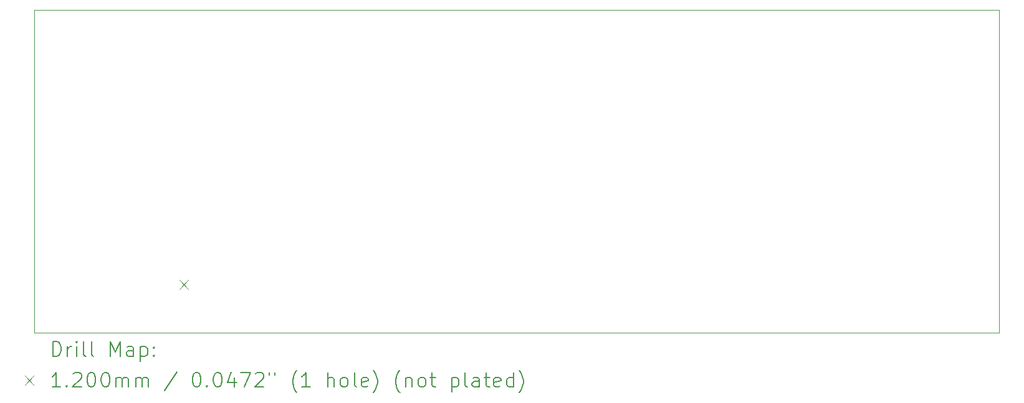
<source format=gbr>
%TF.GenerationSoftware,KiCad,Pcbnew,7.0.8*%
%TF.CreationDate,2024-01-27T08:45:31-08:00*%
%TF.ProjectId,FacePlate,46616365-506c-4617-9465-2e6b69636164,rev?*%
%TF.SameCoordinates,Original*%
%TF.FileFunction,Drillmap*%
%TF.FilePolarity,Positive*%
%FSLAX45Y45*%
G04 Gerber Fmt 4.5, Leading zero omitted, Abs format (unit mm)*
G04 Created by KiCad (PCBNEW 7.0.8) date 2024-01-27 08:45:31*
%MOMM*%
%LPD*%
G01*
G04 APERTURE LIST*
%ADD10C,0.100000*%
%ADD11C,0.200000*%
%ADD12C,0.120000*%
G04 APERTURE END LIST*
D10*
X10000000Y-5600000D02*
X23113969Y-5600000D01*
X10000000Y-5600000D02*
X10000000Y-10000000D01*
X23113969Y-5600000D02*
X23113969Y-10000000D01*
X10000000Y-10000000D02*
X23113969Y-10000000D01*
D11*
D12*
X11975000Y-9280000D02*
X12095000Y-9400000D01*
X12095000Y-9280000D02*
X11975000Y-9400000D01*
D11*
X10255777Y-10316484D02*
X10255777Y-10116484D01*
X10255777Y-10116484D02*
X10303396Y-10116484D01*
X10303396Y-10116484D02*
X10331967Y-10126008D01*
X10331967Y-10126008D02*
X10351015Y-10145055D01*
X10351015Y-10145055D02*
X10360539Y-10164103D01*
X10360539Y-10164103D02*
X10370063Y-10202198D01*
X10370063Y-10202198D02*
X10370063Y-10230770D01*
X10370063Y-10230770D02*
X10360539Y-10268865D01*
X10360539Y-10268865D02*
X10351015Y-10287912D01*
X10351015Y-10287912D02*
X10331967Y-10306960D01*
X10331967Y-10306960D02*
X10303396Y-10316484D01*
X10303396Y-10316484D02*
X10255777Y-10316484D01*
X10455777Y-10316484D02*
X10455777Y-10183150D01*
X10455777Y-10221246D02*
X10465301Y-10202198D01*
X10465301Y-10202198D02*
X10474824Y-10192674D01*
X10474824Y-10192674D02*
X10493872Y-10183150D01*
X10493872Y-10183150D02*
X10512920Y-10183150D01*
X10579586Y-10316484D02*
X10579586Y-10183150D01*
X10579586Y-10116484D02*
X10570063Y-10126008D01*
X10570063Y-10126008D02*
X10579586Y-10135531D01*
X10579586Y-10135531D02*
X10589110Y-10126008D01*
X10589110Y-10126008D02*
X10579586Y-10116484D01*
X10579586Y-10116484D02*
X10579586Y-10135531D01*
X10703396Y-10316484D02*
X10684348Y-10306960D01*
X10684348Y-10306960D02*
X10674824Y-10287912D01*
X10674824Y-10287912D02*
X10674824Y-10116484D01*
X10808158Y-10316484D02*
X10789110Y-10306960D01*
X10789110Y-10306960D02*
X10779586Y-10287912D01*
X10779586Y-10287912D02*
X10779586Y-10116484D01*
X11036729Y-10316484D02*
X11036729Y-10116484D01*
X11036729Y-10116484D02*
X11103396Y-10259341D01*
X11103396Y-10259341D02*
X11170063Y-10116484D01*
X11170063Y-10116484D02*
X11170063Y-10316484D01*
X11351015Y-10316484D02*
X11351015Y-10211722D01*
X11351015Y-10211722D02*
X11341491Y-10192674D01*
X11341491Y-10192674D02*
X11322443Y-10183150D01*
X11322443Y-10183150D02*
X11284348Y-10183150D01*
X11284348Y-10183150D02*
X11265301Y-10192674D01*
X11351015Y-10306960D02*
X11331967Y-10316484D01*
X11331967Y-10316484D02*
X11284348Y-10316484D01*
X11284348Y-10316484D02*
X11265301Y-10306960D01*
X11265301Y-10306960D02*
X11255777Y-10287912D01*
X11255777Y-10287912D02*
X11255777Y-10268865D01*
X11255777Y-10268865D02*
X11265301Y-10249817D01*
X11265301Y-10249817D02*
X11284348Y-10240293D01*
X11284348Y-10240293D02*
X11331967Y-10240293D01*
X11331967Y-10240293D02*
X11351015Y-10230770D01*
X11446253Y-10183150D02*
X11446253Y-10383150D01*
X11446253Y-10192674D02*
X11465301Y-10183150D01*
X11465301Y-10183150D02*
X11503396Y-10183150D01*
X11503396Y-10183150D02*
X11522443Y-10192674D01*
X11522443Y-10192674D02*
X11531967Y-10202198D01*
X11531967Y-10202198D02*
X11541491Y-10221246D01*
X11541491Y-10221246D02*
X11541491Y-10278389D01*
X11541491Y-10278389D02*
X11531967Y-10297436D01*
X11531967Y-10297436D02*
X11522443Y-10306960D01*
X11522443Y-10306960D02*
X11503396Y-10316484D01*
X11503396Y-10316484D02*
X11465301Y-10316484D01*
X11465301Y-10316484D02*
X11446253Y-10306960D01*
X11627205Y-10297436D02*
X11636729Y-10306960D01*
X11636729Y-10306960D02*
X11627205Y-10316484D01*
X11627205Y-10316484D02*
X11617682Y-10306960D01*
X11617682Y-10306960D02*
X11627205Y-10297436D01*
X11627205Y-10297436D02*
X11627205Y-10316484D01*
X11627205Y-10192674D02*
X11636729Y-10202198D01*
X11636729Y-10202198D02*
X11627205Y-10211722D01*
X11627205Y-10211722D02*
X11617682Y-10202198D01*
X11617682Y-10202198D02*
X11627205Y-10192674D01*
X11627205Y-10192674D02*
X11627205Y-10211722D01*
D12*
X9875000Y-10585000D02*
X9995000Y-10705000D01*
X9995000Y-10585000D02*
X9875000Y-10705000D01*
D11*
X10360539Y-10736484D02*
X10246253Y-10736484D01*
X10303396Y-10736484D02*
X10303396Y-10536484D01*
X10303396Y-10536484D02*
X10284348Y-10565055D01*
X10284348Y-10565055D02*
X10265301Y-10584103D01*
X10265301Y-10584103D02*
X10246253Y-10593627D01*
X10446253Y-10717436D02*
X10455777Y-10726960D01*
X10455777Y-10726960D02*
X10446253Y-10736484D01*
X10446253Y-10736484D02*
X10436729Y-10726960D01*
X10436729Y-10726960D02*
X10446253Y-10717436D01*
X10446253Y-10717436D02*
X10446253Y-10736484D01*
X10531967Y-10555531D02*
X10541491Y-10546008D01*
X10541491Y-10546008D02*
X10560539Y-10536484D01*
X10560539Y-10536484D02*
X10608158Y-10536484D01*
X10608158Y-10536484D02*
X10627205Y-10546008D01*
X10627205Y-10546008D02*
X10636729Y-10555531D01*
X10636729Y-10555531D02*
X10646253Y-10574579D01*
X10646253Y-10574579D02*
X10646253Y-10593627D01*
X10646253Y-10593627D02*
X10636729Y-10622198D01*
X10636729Y-10622198D02*
X10522444Y-10736484D01*
X10522444Y-10736484D02*
X10646253Y-10736484D01*
X10770063Y-10536484D02*
X10789110Y-10536484D01*
X10789110Y-10536484D02*
X10808158Y-10546008D01*
X10808158Y-10546008D02*
X10817682Y-10555531D01*
X10817682Y-10555531D02*
X10827205Y-10574579D01*
X10827205Y-10574579D02*
X10836729Y-10612674D01*
X10836729Y-10612674D02*
X10836729Y-10660293D01*
X10836729Y-10660293D02*
X10827205Y-10698389D01*
X10827205Y-10698389D02*
X10817682Y-10717436D01*
X10817682Y-10717436D02*
X10808158Y-10726960D01*
X10808158Y-10726960D02*
X10789110Y-10736484D01*
X10789110Y-10736484D02*
X10770063Y-10736484D01*
X10770063Y-10736484D02*
X10751015Y-10726960D01*
X10751015Y-10726960D02*
X10741491Y-10717436D01*
X10741491Y-10717436D02*
X10731967Y-10698389D01*
X10731967Y-10698389D02*
X10722444Y-10660293D01*
X10722444Y-10660293D02*
X10722444Y-10612674D01*
X10722444Y-10612674D02*
X10731967Y-10574579D01*
X10731967Y-10574579D02*
X10741491Y-10555531D01*
X10741491Y-10555531D02*
X10751015Y-10546008D01*
X10751015Y-10546008D02*
X10770063Y-10536484D01*
X10960539Y-10536484D02*
X10979586Y-10536484D01*
X10979586Y-10536484D02*
X10998634Y-10546008D01*
X10998634Y-10546008D02*
X11008158Y-10555531D01*
X11008158Y-10555531D02*
X11017682Y-10574579D01*
X11017682Y-10574579D02*
X11027205Y-10612674D01*
X11027205Y-10612674D02*
X11027205Y-10660293D01*
X11027205Y-10660293D02*
X11017682Y-10698389D01*
X11017682Y-10698389D02*
X11008158Y-10717436D01*
X11008158Y-10717436D02*
X10998634Y-10726960D01*
X10998634Y-10726960D02*
X10979586Y-10736484D01*
X10979586Y-10736484D02*
X10960539Y-10736484D01*
X10960539Y-10736484D02*
X10941491Y-10726960D01*
X10941491Y-10726960D02*
X10931967Y-10717436D01*
X10931967Y-10717436D02*
X10922444Y-10698389D01*
X10922444Y-10698389D02*
X10912920Y-10660293D01*
X10912920Y-10660293D02*
X10912920Y-10612674D01*
X10912920Y-10612674D02*
X10922444Y-10574579D01*
X10922444Y-10574579D02*
X10931967Y-10555531D01*
X10931967Y-10555531D02*
X10941491Y-10546008D01*
X10941491Y-10546008D02*
X10960539Y-10536484D01*
X11112920Y-10736484D02*
X11112920Y-10603150D01*
X11112920Y-10622198D02*
X11122444Y-10612674D01*
X11122444Y-10612674D02*
X11141491Y-10603150D01*
X11141491Y-10603150D02*
X11170063Y-10603150D01*
X11170063Y-10603150D02*
X11189110Y-10612674D01*
X11189110Y-10612674D02*
X11198634Y-10631722D01*
X11198634Y-10631722D02*
X11198634Y-10736484D01*
X11198634Y-10631722D02*
X11208158Y-10612674D01*
X11208158Y-10612674D02*
X11227205Y-10603150D01*
X11227205Y-10603150D02*
X11255777Y-10603150D01*
X11255777Y-10603150D02*
X11274824Y-10612674D01*
X11274824Y-10612674D02*
X11284348Y-10631722D01*
X11284348Y-10631722D02*
X11284348Y-10736484D01*
X11379586Y-10736484D02*
X11379586Y-10603150D01*
X11379586Y-10622198D02*
X11389110Y-10612674D01*
X11389110Y-10612674D02*
X11408158Y-10603150D01*
X11408158Y-10603150D02*
X11436729Y-10603150D01*
X11436729Y-10603150D02*
X11455777Y-10612674D01*
X11455777Y-10612674D02*
X11465301Y-10631722D01*
X11465301Y-10631722D02*
X11465301Y-10736484D01*
X11465301Y-10631722D02*
X11474824Y-10612674D01*
X11474824Y-10612674D02*
X11493872Y-10603150D01*
X11493872Y-10603150D02*
X11522443Y-10603150D01*
X11522443Y-10603150D02*
X11541491Y-10612674D01*
X11541491Y-10612674D02*
X11551015Y-10631722D01*
X11551015Y-10631722D02*
X11551015Y-10736484D01*
X11941491Y-10526960D02*
X11770063Y-10784103D01*
X12198634Y-10536484D02*
X12217682Y-10536484D01*
X12217682Y-10536484D02*
X12236729Y-10546008D01*
X12236729Y-10546008D02*
X12246253Y-10555531D01*
X12246253Y-10555531D02*
X12255777Y-10574579D01*
X12255777Y-10574579D02*
X12265301Y-10612674D01*
X12265301Y-10612674D02*
X12265301Y-10660293D01*
X12265301Y-10660293D02*
X12255777Y-10698389D01*
X12255777Y-10698389D02*
X12246253Y-10717436D01*
X12246253Y-10717436D02*
X12236729Y-10726960D01*
X12236729Y-10726960D02*
X12217682Y-10736484D01*
X12217682Y-10736484D02*
X12198634Y-10736484D01*
X12198634Y-10736484D02*
X12179586Y-10726960D01*
X12179586Y-10726960D02*
X12170063Y-10717436D01*
X12170063Y-10717436D02*
X12160539Y-10698389D01*
X12160539Y-10698389D02*
X12151015Y-10660293D01*
X12151015Y-10660293D02*
X12151015Y-10612674D01*
X12151015Y-10612674D02*
X12160539Y-10574579D01*
X12160539Y-10574579D02*
X12170063Y-10555531D01*
X12170063Y-10555531D02*
X12179586Y-10546008D01*
X12179586Y-10546008D02*
X12198634Y-10536484D01*
X12351015Y-10717436D02*
X12360539Y-10726960D01*
X12360539Y-10726960D02*
X12351015Y-10736484D01*
X12351015Y-10736484D02*
X12341491Y-10726960D01*
X12341491Y-10726960D02*
X12351015Y-10717436D01*
X12351015Y-10717436D02*
X12351015Y-10736484D01*
X12484348Y-10536484D02*
X12503396Y-10536484D01*
X12503396Y-10536484D02*
X12522444Y-10546008D01*
X12522444Y-10546008D02*
X12531967Y-10555531D01*
X12531967Y-10555531D02*
X12541491Y-10574579D01*
X12541491Y-10574579D02*
X12551015Y-10612674D01*
X12551015Y-10612674D02*
X12551015Y-10660293D01*
X12551015Y-10660293D02*
X12541491Y-10698389D01*
X12541491Y-10698389D02*
X12531967Y-10717436D01*
X12531967Y-10717436D02*
X12522444Y-10726960D01*
X12522444Y-10726960D02*
X12503396Y-10736484D01*
X12503396Y-10736484D02*
X12484348Y-10736484D01*
X12484348Y-10736484D02*
X12465301Y-10726960D01*
X12465301Y-10726960D02*
X12455777Y-10717436D01*
X12455777Y-10717436D02*
X12446253Y-10698389D01*
X12446253Y-10698389D02*
X12436729Y-10660293D01*
X12436729Y-10660293D02*
X12436729Y-10612674D01*
X12436729Y-10612674D02*
X12446253Y-10574579D01*
X12446253Y-10574579D02*
X12455777Y-10555531D01*
X12455777Y-10555531D02*
X12465301Y-10546008D01*
X12465301Y-10546008D02*
X12484348Y-10536484D01*
X12722444Y-10603150D02*
X12722444Y-10736484D01*
X12674825Y-10526960D02*
X12627206Y-10669817D01*
X12627206Y-10669817D02*
X12751015Y-10669817D01*
X12808158Y-10536484D02*
X12941491Y-10536484D01*
X12941491Y-10536484D02*
X12855777Y-10736484D01*
X13008158Y-10555531D02*
X13017682Y-10546008D01*
X13017682Y-10546008D02*
X13036729Y-10536484D01*
X13036729Y-10536484D02*
X13084348Y-10536484D01*
X13084348Y-10536484D02*
X13103396Y-10546008D01*
X13103396Y-10546008D02*
X13112920Y-10555531D01*
X13112920Y-10555531D02*
X13122444Y-10574579D01*
X13122444Y-10574579D02*
X13122444Y-10593627D01*
X13122444Y-10593627D02*
X13112920Y-10622198D01*
X13112920Y-10622198D02*
X12998634Y-10736484D01*
X12998634Y-10736484D02*
X13122444Y-10736484D01*
X13198634Y-10536484D02*
X13198634Y-10574579D01*
X13274825Y-10536484D02*
X13274825Y-10574579D01*
X13570063Y-10812674D02*
X13560539Y-10803150D01*
X13560539Y-10803150D02*
X13541491Y-10774579D01*
X13541491Y-10774579D02*
X13531968Y-10755531D01*
X13531968Y-10755531D02*
X13522444Y-10726960D01*
X13522444Y-10726960D02*
X13512920Y-10679341D01*
X13512920Y-10679341D02*
X13512920Y-10641246D01*
X13512920Y-10641246D02*
X13522444Y-10593627D01*
X13522444Y-10593627D02*
X13531968Y-10565055D01*
X13531968Y-10565055D02*
X13541491Y-10546008D01*
X13541491Y-10546008D02*
X13560539Y-10517436D01*
X13560539Y-10517436D02*
X13570063Y-10507912D01*
X13751015Y-10736484D02*
X13636729Y-10736484D01*
X13693872Y-10736484D02*
X13693872Y-10536484D01*
X13693872Y-10536484D02*
X13674825Y-10565055D01*
X13674825Y-10565055D02*
X13655777Y-10584103D01*
X13655777Y-10584103D02*
X13636729Y-10593627D01*
X13989110Y-10736484D02*
X13989110Y-10536484D01*
X14074825Y-10736484D02*
X14074825Y-10631722D01*
X14074825Y-10631722D02*
X14065301Y-10612674D01*
X14065301Y-10612674D02*
X14046253Y-10603150D01*
X14046253Y-10603150D02*
X14017682Y-10603150D01*
X14017682Y-10603150D02*
X13998634Y-10612674D01*
X13998634Y-10612674D02*
X13989110Y-10622198D01*
X14198634Y-10736484D02*
X14179587Y-10726960D01*
X14179587Y-10726960D02*
X14170063Y-10717436D01*
X14170063Y-10717436D02*
X14160539Y-10698389D01*
X14160539Y-10698389D02*
X14160539Y-10641246D01*
X14160539Y-10641246D02*
X14170063Y-10622198D01*
X14170063Y-10622198D02*
X14179587Y-10612674D01*
X14179587Y-10612674D02*
X14198634Y-10603150D01*
X14198634Y-10603150D02*
X14227206Y-10603150D01*
X14227206Y-10603150D02*
X14246253Y-10612674D01*
X14246253Y-10612674D02*
X14255777Y-10622198D01*
X14255777Y-10622198D02*
X14265301Y-10641246D01*
X14265301Y-10641246D02*
X14265301Y-10698389D01*
X14265301Y-10698389D02*
X14255777Y-10717436D01*
X14255777Y-10717436D02*
X14246253Y-10726960D01*
X14246253Y-10726960D02*
X14227206Y-10736484D01*
X14227206Y-10736484D02*
X14198634Y-10736484D01*
X14379587Y-10736484D02*
X14360539Y-10726960D01*
X14360539Y-10726960D02*
X14351015Y-10707912D01*
X14351015Y-10707912D02*
X14351015Y-10536484D01*
X14531968Y-10726960D02*
X14512920Y-10736484D01*
X14512920Y-10736484D02*
X14474825Y-10736484D01*
X14474825Y-10736484D02*
X14455777Y-10726960D01*
X14455777Y-10726960D02*
X14446253Y-10707912D01*
X14446253Y-10707912D02*
X14446253Y-10631722D01*
X14446253Y-10631722D02*
X14455777Y-10612674D01*
X14455777Y-10612674D02*
X14474825Y-10603150D01*
X14474825Y-10603150D02*
X14512920Y-10603150D01*
X14512920Y-10603150D02*
X14531968Y-10612674D01*
X14531968Y-10612674D02*
X14541491Y-10631722D01*
X14541491Y-10631722D02*
X14541491Y-10650770D01*
X14541491Y-10650770D02*
X14446253Y-10669817D01*
X14608158Y-10812674D02*
X14617682Y-10803150D01*
X14617682Y-10803150D02*
X14636730Y-10774579D01*
X14636730Y-10774579D02*
X14646253Y-10755531D01*
X14646253Y-10755531D02*
X14655777Y-10726960D01*
X14655777Y-10726960D02*
X14665301Y-10679341D01*
X14665301Y-10679341D02*
X14665301Y-10641246D01*
X14665301Y-10641246D02*
X14655777Y-10593627D01*
X14655777Y-10593627D02*
X14646253Y-10565055D01*
X14646253Y-10565055D02*
X14636730Y-10546008D01*
X14636730Y-10546008D02*
X14617682Y-10517436D01*
X14617682Y-10517436D02*
X14608158Y-10507912D01*
X14970063Y-10812674D02*
X14960539Y-10803150D01*
X14960539Y-10803150D02*
X14941491Y-10774579D01*
X14941491Y-10774579D02*
X14931968Y-10755531D01*
X14931968Y-10755531D02*
X14922444Y-10726960D01*
X14922444Y-10726960D02*
X14912920Y-10679341D01*
X14912920Y-10679341D02*
X14912920Y-10641246D01*
X14912920Y-10641246D02*
X14922444Y-10593627D01*
X14922444Y-10593627D02*
X14931968Y-10565055D01*
X14931968Y-10565055D02*
X14941491Y-10546008D01*
X14941491Y-10546008D02*
X14960539Y-10517436D01*
X14960539Y-10517436D02*
X14970063Y-10507912D01*
X15046253Y-10603150D02*
X15046253Y-10736484D01*
X15046253Y-10622198D02*
X15055777Y-10612674D01*
X15055777Y-10612674D02*
X15074825Y-10603150D01*
X15074825Y-10603150D02*
X15103396Y-10603150D01*
X15103396Y-10603150D02*
X15122444Y-10612674D01*
X15122444Y-10612674D02*
X15131968Y-10631722D01*
X15131968Y-10631722D02*
X15131968Y-10736484D01*
X15255777Y-10736484D02*
X15236730Y-10726960D01*
X15236730Y-10726960D02*
X15227206Y-10717436D01*
X15227206Y-10717436D02*
X15217682Y-10698389D01*
X15217682Y-10698389D02*
X15217682Y-10641246D01*
X15217682Y-10641246D02*
X15227206Y-10622198D01*
X15227206Y-10622198D02*
X15236730Y-10612674D01*
X15236730Y-10612674D02*
X15255777Y-10603150D01*
X15255777Y-10603150D02*
X15284349Y-10603150D01*
X15284349Y-10603150D02*
X15303396Y-10612674D01*
X15303396Y-10612674D02*
X15312920Y-10622198D01*
X15312920Y-10622198D02*
X15322444Y-10641246D01*
X15322444Y-10641246D02*
X15322444Y-10698389D01*
X15322444Y-10698389D02*
X15312920Y-10717436D01*
X15312920Y-10717436D02*
X15303396Y-10726960D01*
X15303396Y-10726960D02*
X15284349Y-10736484D01*
X15284349Y-10736484D02*
X15255777Y-10736484D01*
X15379587Y-10603150D02*
X15455777Y-10603150D01*
X15408158Y-10536484D02*
X15408158Y-10707912D01*
X15408158Y-10707912D02*
X15417682Y-10726960D01*
X15417682Y-10726960D02*
X15436730Y-10736484D01*
X15436730Y-10736484D02*
X15455777Y-10736484D01*
X15674825Y-10603150D02*
X15674825Y-10803150D01*
X15674825Y-10612674D02*
X15693872Y-10603150D01*
X15693872Y-10603150D02*
X15731968Y-10603150D01*
X15731968Y-10603150D02*
X15751015Y-10612674D01*
X15751015Y-10612674D02*
X15760539Y-10622198D01*
X15760539Y-10622198D02*
X15770063Y-10641246D01*
X15770063Y-10641246D02*
X15770063Y-10698389D01*
X15770063Y-10698389D02*
X15760539Y-10717436D01*
X15760539Y-10717436D02*
X15751015Y-10726960D01*
X15751015Y-10726960D02*
X15731968Y-10736484D01*
X15731968Y-10736484D02*
X15693872Y-10736484D01*
X15693872Y-10736484D02*
X15674825Y-10726960D01*
X15884349Y-10736484D02*
X15865301Y-10726960D01*
X15865301Y-10726960D02*
X15855777Y-10707912D01*
X15855777Y-10707912D02*
X15855777Y-10536484D01*
X16046253Y-10736484D02*
X16046253Y-10631722D01*
X16046253Y-10631722D02*
X16036730Y-10612674D01*
X16036730Y-10612674D02*
X16017682Y-10603150D01*
X16017682Y-10603150D02*
X15979587Y-10603150D01*
X15979587Y-10603150D02*
X15960539Y-10612674D01*
X16046253Y-10726960D02*
X16027206Y-10736484D01*
X16027206Y-10736484D02*
X15979587Y-10736484D01*
X15979587Y-10736484D02*
X15960539Y-10726960D01*
X15960539Y-10726960D02*
X15951015Y-10707912D01*
X15951015Y-10707912D02*
X15951015Y-10688865D01*
X15951015Y-10688865D02*
X15960539Y-10669817D01*
X15960539Y-10669817D02*
X15979587Y-10660293D01*
X15979587Y-10660293D02*
X16027206Y-10660293D01*
X16027206Y-10660293D02*
X16046253Y-10650770D01*
X16112920Y-10603150D02*
X16189111Y-10603150D01*
X16141492Y-10536484D02*
X16141492Y-10707912D01*
X16141492Y-10707912D02*
X16151015Y-10726960D01*
X16151015Y-10726960D02*
X16170063Y-10736484D01*
X16170063Y-10736484D02*
X16189111Y-10736484D01*
X16331968Y-10726960D02*
X16312920Y-10736484D01*
X16312920Y-10736484D02*
X16274825Y-10736484D01*
X16274825Y-10736484D02*
X16255777Y-10726960D01*
X16255777Y-10726960D02*
X16246253Y-10707912D01*
X16246253Y-10707912D02*
X16246253Y-10631722D01*
X16246253Y-10631722D02*
X16255777Y-10612674D01*
X16255777Y-10612674D02*
X16274825Y-10603150D01*
X16274825Y-10603150D02*
X16312920Y-10603150D01*
X16312920Y-10603150D02*
X16331968Y-10612674D01*
X16331968Y-10612674D02*
X16341492Y-10631722D01*
X16341492Y-10631722D02*
X16341492Y-10650770D01*
X16341492Y-10650770D02*
X16246253Y-10669817D01*
X16512920Y-10736484D02*
X16512920Y-10536484D01*
X16512920Y-10726960D02*
X16493873Y-10736484D01*
X16493873Y-10736484D02*
X16455777Y-10736484D01*
X16455777Y-10736484D02*
X16436730Y-10726960D01*
X16436730Y-10726960D02*
X16427206Y-10717436D01*
X16427206Y-10717436D02*
X16417682Y-10698389D01*
X16417682Y-10698389D02*
X16417682Y-10641246D01*
X16417682Y-10641246D02*
X16427206Y-10622198D01*
X16427206Y-10622198D02*
X16436730Y-10612674D01*
X16436730Y-10612674D02*
X16455777Y-10603150D01*
X16455777Y-10603150D02*
X16493873Y-10603150D01*
X16493873Y-10603150D02*
X16512920Y-10612674D01*
X16589111Y-10812674D02*
X16598634Y-10803150D01*
X16598634Y-10803150D02*
X16617682Y-10774579D01*
X16617682Y-10774579D02*
X16627206Y-10755531D01*
X16627206Y-10755531D02*
X16636730Y-10726960D01*
X16636730Y-10726960D02*
X16646253Y-10679341D01*
X16646253Y-10679341D02*
X16646253Y-10641246D01*
X16646253Y-10641246D02*
X16636730Y-10593627D01*
X16636730Y-10593627D02*
X16627206Y-10565055D01*
X16627206Y-10565055D02*
X16617682Y-10546008D01*
X16617682Y-10546008D02*
X16598634Y-10517436D01*
X16598634Y-10517436D02*
X16589111Y-10507912D01*
M02*

</source>
